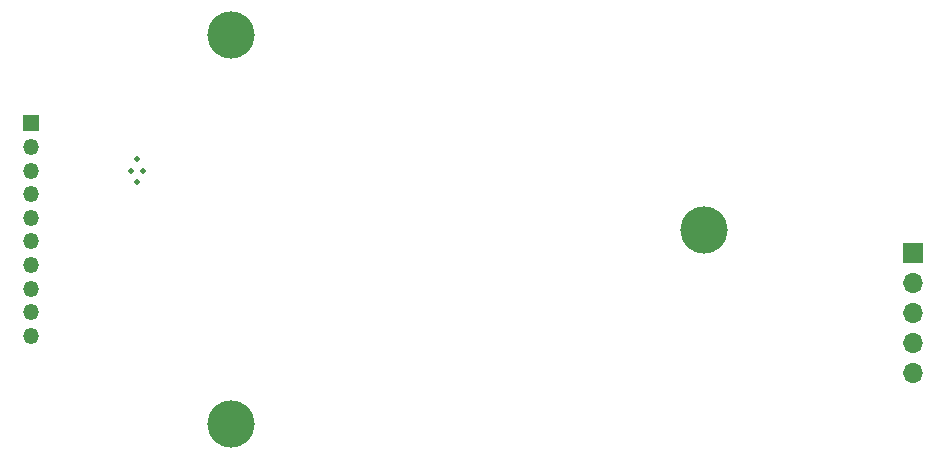
<source format=gbr>
G04 #@! TF.GenerationSoftware,KiCad,Pcbnew,5.1.7-a382d34a8~88~ubuntu20.04.1*
G04 #@! TF.CreationDate,2021-02-09T11:34:01+01:00*
G04 #@! TF.ProjectId,UVDAR_Module,55564441-525f-44d6-9f64-756c652e6b69,rev?*
G04 #@! TF.SameCoordinates,Original*
G04 #@! TF.FileFunction,Soldermask,Bot*
G04 #@! TF.FilePolarity,Negative*
%FSLAX46Y46*%
G04 Gerber Fmt 4.6, Leading zero omitted, Abs format (unit mm)*
G04 Created by KiCad (PCBNEW 5.1.7-a382d34a8~88~ubuntu20.04.1) date 2021-02-09 11:34:01*
%MOMM*%
%LPD*%
G01*
G04 APERTURE LIST*
%ADD10C,0.500000*%
%ADD11O,1.700000X1.700000*%
%ADD12R,1.700000X1.700000*%
%ADD13R,1.350000X1.350000*%
%ADD14O,1.350000X1.350000*%
%ADD15C,4.000000*%
G04 APERTURE END LIST*
D10*
X72000000Y-94000000D03*
X72000000Y-96000000D03*
X71500000Y-95000000D03*
X72500000Y-95000000D03*
D11*
X137750000Y-112160000D03*
X137750000Y-109620000D03*
X137750000Y-107080000D03*
X137750000Y-104540000D03*
D12*
X137750000Y-102000000D03*
D13*
X63000000Y-91000000D03*
D14*
X63000000Y-93000000D03*
X63000000Y-95000000D03*
X63000000Y-97000000D03*
X63000000Y-99000000D03*
X63000000Y-101000000D03*
X63000000Y-103000000D03*
X63000000Y-105000000D03*
X63000000Y-107000000D03*
X63000000Y-109000000D03*
D15*
X120000000Y-100000000D03*
X80000000Y-116500000D03*
X80000000Y-83500000D03*
M02*

</source>
